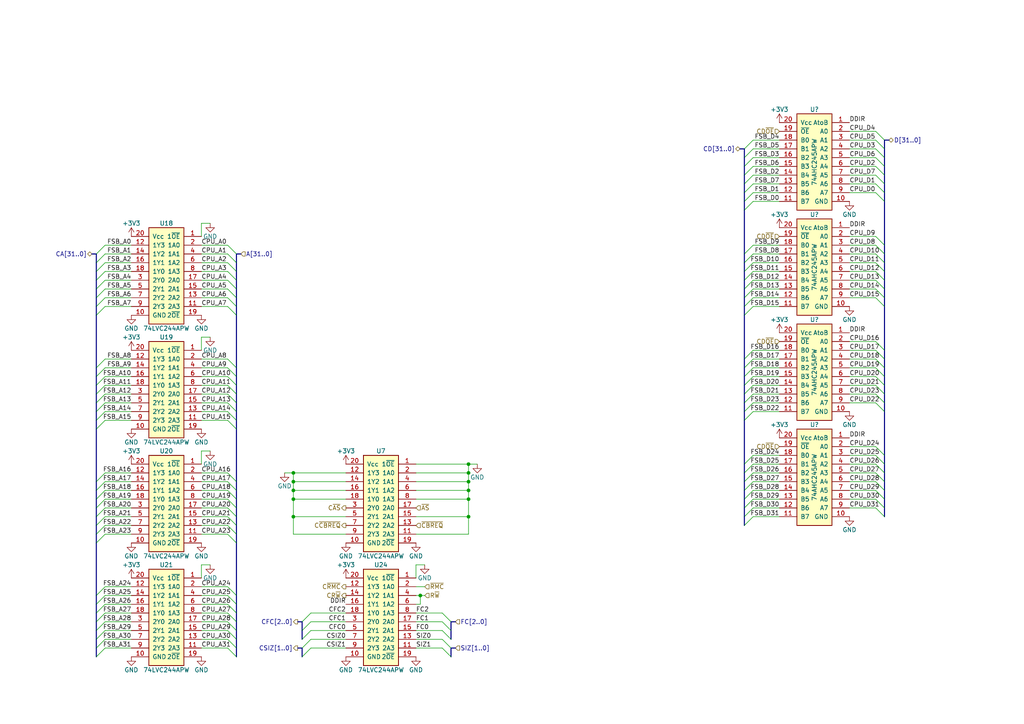
<source format=kicad_sch>
(kicad_sch (version 20230121) (generator eeschema)
  (paper "A4")
  (junction (at 85.09 142.24))
  (junction (at 135.89 149.86))
  (junction (at 135.89 137.16))
  (junction (at -36.83 162.56))
  (junction (at -36.83 157.48))
  (junction (at -46.99 157.48))
  (junction (at -26.67 157.48))
  (junction (at -57.15 152.4))
  (junction (at 85.09 139.7))
  (junction (at -26.67 147.32))
  (junction (at -26.67 162.56))
  (junction (at -46.99 147.32))
  (junction (at 135.89 144.78))
  (junction (at 135.89 134.62))
  (junction (at 135.89 142.24))
  (junction (at -26.67 152.4))
  (junction (at -57.15 162.56))
  (junction (at -67.31 147.32))
  (junction (at -36.83 152.4))
  (junction (at 85.09 149.86))
  (junction (at -16.51 152.4))
  (junction (at -16.51 162.56))
  (junction (at -57.15 157.48))
  (junction (at -36.83 147.32))
  (junction (at -46.99 152.4))
  (junction (at -67.31 157.48))
  (junction (at 121.92 172.72))
  (junction (at 85.09 137.16))
  (junction (at -46.99 162.56))
  (junction (at 135.89 139.7))
  (junction (at -57.15 147.32))
  (junction (at 85.09 144.78))
  (bus_entry (at 218.44 53.34) (size -2.54 2.54))
  (bus_entry (at 218.44 114.3) (size -2.54 2.54))
  (bus_entry (at 66.04 187.96) (size 2.54 2.54))
  (bus_entry (at 30.48 147.32) (size -2.54 2.54))
  (bus_entry (at 30.48 121.92) (size -2.54 2.54))
  (bus_entry (at 66.04 109.22) (size 2.54 2.54))
  (bus_entry (at 128.27 185.42) (size 2.54 2.54))
  (bus_entry (at 30.48 114.3) (size -2.54 2.54))
  (bus_entry (at 30.48 106.68) (size -2.54 2.54))
  (bus_entry (at 218.44 116.84) (size -2.54 2.54))
  (bus_entry (at 218.44 48.26) (size -2.54 2.54))
  (bus_entry (at 66.04 180.34) (size 2.54 2.54))
  (bus_entry (at 30.48 137.16) (size -2.54 2.54))
  (bus_entry (at 30.48 76.2) (size -2.54 2.54))
  (bus_entry (at 30.48 144.78) (size -2.54 2.54))
  (bus_entry (at 218.44 139.7) (size -2.54 2.54))
  (bus_entry (at 218.44 101.6) (size -2.54 2.54))
  (bus_entry (at 218.44 119.38) (size -2.54 2.54))
  (bus_entry (at 30.48 187.96) (size -2.54 2.54))
  (bus_entry (at 254 142.24) (size 2.54 2.54))
  (bus_entry (at 218.44 78.74) (size -2.54 2.54))
  (bus_entry (at 30.48 71.12) (size -2.54 2.54))
  (bus_entry (at 66.04 170.18) (size 2.54 2.54))
  (bus_entry (at 66.04 78.74) (size 2.54 2.54))
  (bus_entry (at 218.44 149.86) (size -2.54 2.54))
  (bus_entry (at 66.04 139.7) (size 2.54 2.54))
  (bus_entry (at 254 50.8) (size 2.54 2.54))
  (bus_entry (at 218.44 88.9) (size -2.54 2.54))
  (bus_entry (at 254 114.3) (size 2.54 2.54))
  (bus_entry (at 218.44 111.76) (size -2.54 2.54))
  (bus_entry (at 254 99.06) (size 2.54 2.54))
  (bus_entry (at 218.44 109.22) (size -2.54 2.54))
  (bus_entry (at 30.48 111.76) (size -2.54 2.54))
  (bus_entry (at 254 45.72) (size 2.54 2.54))
  (bus_entry (at 66.04 76.2) (size 2.54 2.54))
  (bus_entry (at 218.44 104.14) (size -2.54 2.54))
  (bus_entry (at 66.04 185.42) (size 2.54 2.54))
  (bus_entry (at 254 139.7) (size 2.54 2.54))
  (bus_entry (at 30.48 149.86) (size -2.54 2.54))
  (bus_entry (at 218.44 58.42) (size -2.54 2.54))
  (bus_entry (at 218.44 142.24) (size -2.54 2.54))
  (bus_entry (at 66.04 144.78) (size 2.54 2.54))
  (bus_entry (at 218.44 144.78) (size -2.54 2.54))
  (bus_entry (at 254 111.76) (size 2.54 2.54))
  (bus_entry (at 30.48 172.72) (size -2.54 2.54))
  (bus_entry (at 30.48 185.42) (size -2.54 2.54))
  (bus_entry (at 218.44 147.32) (size -2.54 2.54))
  (bus_entry (at 218.44 106.68) (size -2.54 2.54))
  (bus_entry (at 254 147.32) (size 2.54 2.54))
  (bus_entry (at 254 104.14) (size 2.54 2.54))
  (bus_entry (at 254 116.84) (size 2.54 2.54))
  (bus_entry (at 254 101.6) (size 2.54 2.54))
  (bus_entry (at 254 78.74) (size 2.54 2.54))
  (bus_entry (at 90.17 185.42) (size -2.54 2.54))
  (bus_entry (at 30.48 180.34) (size -2.54 2.54))
  (bus_entry (at 30.48 88.9) (size -2.54 2.54))
  (bus_entry (at 218.44 81.28) (size -2.54 2.54))
  (bus_entry (at 66.04 83.82) (size 2.54 2.54))
  (bus_entry (at 218.44 86.36) (size -2.54 2.54))
  (bus_entry (at 254 129.54) (size 2.54 2.54))
  (bus_entry (at 254 53.34) (size 2.54 2.54))
  (bus_entry (at 66.04 154.94) (size 2.54 2.54))
  (bus_entry (at 254 76.2) (size 2.54 2.54))
  (bus_entry (at 66.04 104.14) (size 2.54 2.54))
  (bus_entry (at 30.48 73.66) (size -2.54 2.54))
  (bus_entry (at 254 144.78) (size 2.54 2.54))
  (bus_entry (at 66.04 116.84) (size 2.54 2.54))
  (bus_entry (at 30.48 119.38) (size -2.54 2.54))
  (bus_entry (at 90.17 180.34) (size -2.54 2.54))
  (bus_entry (at 30.48 81.28) (size -2.54 2.54))
  (bus_entry (at 218.44 137.16) (size -2.54 2.54))
  (bus_entry (at 90.17 187.96) (size -2.54 2.54))
  (bus_entry (at 66.04 177.8) (size 2.54 2.54))
  (bus_entry (at 218.44 132.08) (size -2.54 2.54))
  (bus_entry (at 30.48 170.18) (size -2.54 2.54))
  (bus_entry (at 254 83.82) (size 2.54 2.54))
  (bus_entry (at 66.04 121.92) (size 2.54 2.54))
  (bus_entry (at 66.04 152.4) (size 2.54 2.54))
  (bus_entry (at 254 137.16) (size 2.54 2.54))
  (bus_entry (at 66.04 142.24) (size 2.54 2.54))
  (bus_entry (at 218.44 71.12) (size -2.54 2.54))
  (bus_entry (at 218.44 76.2) (size -2.54 2.54))
  (bus_entry (at 30.48 142.24) (size -2.54 2.54))
  (bus_entry (at 66.04 147.32) (size 2.54 2.54))
  (bus_entry (at 66.04 182.88) (size 2.54 2.54))
  (bus_entry (at 218.44 50.8) (size -2.54 2.54))
  (bus_entry (at 66.04 86.36) (size 2.54 2.54))
  (bus_entry (at 30.48 86.36) (size -2.54 2.54))
  (bus_entry (at 30.48 78.74) (size -2.54 2.54))
  (bus_entry (at 254 68.58) (size 2.54 2.54))
  (bus_entry (at 254 43.18) (size 2.54 2.54))
  (bus_entry (at 218.44 73.66) (size -2.54 2.54))
  (bus_entry (at 30.48 152.4) (size -2.54 2.54))
  (bus_entry (at 254 132.08) (size 2.54 2.54))
  (bus_entry (at 66.04 175.26) (size 2.54 2.54))
  (bus_entry (at 66.04 149.86) (size 2.54 2.54))
  (bus_entry (at 30.48 177.8) (size -2.54 2.54))
  (bus_entry (at 254 106.68) (size 2.54 2.54))
  (bus_entry (at 30.48 154.94) (size -2.54 2.54))
  (bus_entry (at 30.48 104.14) (size -2.54 2.54))
  (bus_entry (at 90.17 182.88) (size -2.54 2.54))
  (bus_entry (at 254 109.22) (size 2.54 2.54))
  (bus_entry (at 66.04 119.38) (size 2.54 2.54))
  (bus_entry (at 218.44 83.82) (size -2.54 2.54))
  (bus_entry (at 128.27 187.96) (size 2.54 2.54))
  (bus_entry (at 254 38.1) (size 2.54 2.54))
  (bus_entry (at 128.27 182.88) (size 2.54 2.54))
  (bus_entry (at 30.48 175.26) (size -2.54 2.54))
  (bus_entry (at 254 40.64) (size 2.54 2.54))
  (bus_entry (at 254 73.66) (size 2.54 2.54))
  (bus_entry (at 30.48 116.84) (size -2.54 2.54))
  (bus_entry (at 218.44 55.88) (size -2.54 2.54))
  (bus_entry (at 30.48 139.7) (size -2.54 2.54))
  (bus_entry (at 66.04 106.68) (size 2.54 2.54))
  (bus_entry (at 254 55.88) (size 2.54 2.54))
  (bus_entry (at 254 86.36) (size 2.54 2.54))
  (bus_entry (at 66.04 111.76) (size 2.54 2.54))
  (bus_entry (at 128.27 180.34) (size 2.54 2.54))
  (bus_entry (at 218.44 43.18) (size -2.54 2.54))
  (bus_entry (at 66.04 88.9) (size 2.54 2.54))
  (bus_entry (at 66.04 114.3) (size 2.54 2.54))
  (bus_entry (at 218.44 45.72) (size -2.54 2.54))
  (bus_entry (at 66.04 137.16) (size 2.54 2.54))
  (bus_entry (at 128.27 177.8) (size 2.54 2.54))
  (bus_entry (at 254 71.12) (size 2.54 2.54))
  (bus_entry (at 254 134.62) (size 2.54 2.54))
  (bus_entry (at 90.17 177.8) (size -2.54 2.54))
  (bus_entry (at 30.48 182.88) (size -2.54 2.54))
  (bus_entry (at 30.48 83.82) (size -2.54 2.54))
  (bus_entry (at 218.44 134.62) (size -2.54 2.54))
  (bus_entry (at 30.48 109.22) (size -2.54 2.54))
  (bus_entry (at 254 81.28) (size 2.54 2.54))
  (bus_entry (at 254 48.26) (size 2.54 2.54))
  (bus_entry (at 66.04 172.72) (size 2.54 2.54))
  (bus_entry (at 66.04 73.66) (size 2.54 2.54))
  (bus_entry (at 66.04 71.12) (size 2.54 2.54))
  (bus_entry (at 218.44 40.64) (size -2.54 2.54))
  (bus_entry (at 66.04 81.28) (size 2.54 2.54))
  (bus (pts (xy 130.81 190.5) (xy 130.81 187.96)))
  (wire (pts (xy 85.09 144.78) (xy 100.33 144.78)))
  (wire (pts (xy 58.42 111.76) (xy 66.04 111.76)))
  (bus (pts (xy 215.9 114.3) (xy 215.9 116.84)))
  (wire (pts (xy 58.42 187.96) (xy 66.04 187.96)))
  (bus (pts (xy 215.9 147.32) (xy 215.9 149.86)))
  (wire (pts (xy 58.42 172.72) (xy 66.04 172.72)))
  (bus (pts (xy 215.9 144.78) (xy 215.9 147.32)))
  (wire (pts (xy 135.89 139.7) (xy 135.89 142.24)))
  (bus (pts (xy 215.9 53.34) (xy 215.9 55.88)))
  (bus (pts (xy 256.54 58.42) (xy 256.54 71.12)))
  (wire (pts (xy 58.42 163.83) (xy 58.42 167.64)))
  (bus (pts (xy 27.94 121.92) (xy 27.94 124.46)))
  (wire (pts (xy 246.38 55.88) (xy 254 55.88)))
  (wire (pts (xy 226.06 71.12) (xy 218.44 71.12)))
  (wire (pts (xy 38.1 119.38) (xy 30.48 119.38)))
  (wire (pts (xy 135.89 137.16) (xy 135.89 139.7)))
  (wire (pts (xy 38.1 172.72) (xy 30.48 172.72)))
  (wire (pts (xy 100.33 154.94) (xy 85.09 154.94)))
  (bus (pts (xy 68.58 142.24) (xy 68.58 144.78)))
  (wire (pts (xy 60.96 130.81) (xy 58.42 130.81)))
  (bus (pts (xy 256.54 83.82) (xy 256.54 86.36)))
  (bus (pts (xy 215.9 119.38) (xy 215.9 121.92)))
  (bus (pts (xy 215.9 45.72) (xy 215.9 48.26)))
  (wire (pts (xy 246.38 114.3) (xy 254 114.3)))
  (bus (pts (xy 68.58 187.96) (xy 68.58 190.5)))
  (bus (pts (xy 68.58 172.72) (xy 68.58 175.26)))
  (wire (pts (xy 38.1 154.94) (xy 30.48 154.94)))
  (wire (pts (xy 246.38 78.74) (xy 254 78.74)))
  (bus (pts (xy 68.58 121.92) (xy 68.58 124.46)))
  (wire (pts (xy 135.89 144.78) (xy 135.89 149.86)))
  (bus (pts (xy 27.94 177.8) (xy 27.94 180.34)))
  (wire (pts (xy 226.06 58.42) (xy 218.44 58.42)))
  (bus (pts (xy 256.54 76.2) (xy 256.54 78.74)))
  (wire (pts (xy -46.99 157.48) (xy -36.83 157.48)))
  (wire (pts (xy 246.38 116.84) (xy 254 116.84)))
  (bus (pts (xy 256.54 55.88) (xy 256.54 58.42)))
  (wire (pts (xy 58.42 76.2) (xy 66.04 76.2)))
  (bus (pts (xy 68.58 149.86) (xy 68.58 152.4)))
  (bus (pts (xy 130.81 182.88) (xy 130.81 180.34)))
  (bus (pts (xy 215.9 43.18) (xy 215.9 45.72)))
  (bus (pts (xy 27.94 114.3) (xy 27.94 116.84)))
  (bus (pts (xy 215.9 83.82) (xy 215.9 86.36)))
  (wire (pts (xy 135.89 142.24) (xy 120.65 142.24)))
  (wire (pts (xy -57.15 152.4) (xy -46.99 152.4)))
  (wire (pts (xy 100.33 137.16) (xy 85.09 137.16)))
  (wire (pts (xy 123.19 170.18) (xy 120.65 170.18)))
  (wire (pts (xy 58.42 175.26) (xy 66.04 175.26)))
  (wire (pts (xy 58.42 104.14) (xy 66.04 104.14)))
  (wire (pts (xy 38.1 78.74) (xy 30.48 78.74)))
  (bus (pts (xy 215.9 111.76) (xy 215.9 114.3)))
  (bus (pts (xy 69.85 73.66) (xy 68.58 73.66)))
  (wire (pts (xy 226.06 132.08) (xy 218.44 132.08)))
  (wire (pts (xy 123.19 163.83) (xy 120.65 163.83)))
  (bus (pts (xy 27.94 83.82) (xy 27.94 86.36)))
  (wire (pts (xy -46.99 162.56) (xy -36.83 162.56)))
  (wire (pts (xy 246.38 40.64) (xy 254 40.64)))
  (bus (pts (xy 256.54 104.14) (xy 256.54 106.68)))
  (bus (pts (xy 68.58 109.22) (xy 68.58 111.76)))
  (bus (pts (xy 27.94 91.44) (xy 27.94 106.68)))
  (wire (pts (xy 58.42 142.24) (xy 66.04 142.24)))
  (bus (pts (xy 130.81 185.42) (xy 130.81 182.88)))
  (wire (pts (xy 226.06 137.16) (xy 218.44 137.16)))
  (bus (pts (xy 215.9 104.14) (xy 215.9 106.68)))
  (bus (pts (xy 27.94 180.34) (xy 27.94 182.88)))
  (wire (pts (xy 38.1 185.42) (xy 30.48 185.42)))
  (wire (pts (xy 38.1 86.36) (xy 30.48 86.36)))
  (bus (pts (xy 68.58 180.34) (xy 68.58 182.88)))
  (wire (pts (xy 246.38 101.6) (xy 254 101.6)))
  (bus (pts (xy 27.94 157.48) (xy 27.94 172.72)))
  (bus (pts (xy 27.94 119.38) (xy 27.94 121.92)))
  (bus (pts (xy 215.9 60.96) (xy 215.9 73.66)))
  (wire (pts (xy 85.09 144.78) (xy 85.09 149.86)))
  (wire (pts (xy 226.06 119.38) (xy 218.44 119.38)))
  (bus (pts (xy 27.94 116.84) (xy 27.94 119.38)))
  (wire (pts (xy 58.42 185.42) (xy 66.04 185.42)))
  (bus (pts (xy 132.08 180.34) (xy 130.81 180.34)))
  (wire (pts (xy 246.38 81.28) (xy 254 81.28)))
  (bus (pts (xy 27.94 147.32) (xy 27.94 149.86)))
  (wire (pts (xy 120.65 180.34) (xy 128.27 180.34)))
  (wire (pts (xy -57.15 147.32) (xy -46.99 147.32)))
  (wire (pts (xy 120.65 154.94) (xy 135.89 154.94)))
  (wire (pts (xy 128.27 182.88) (xy 120.65 182.88)))
  (bus (pts (xy 27.94 109.22) (xy 27.94 111.76)))
  (wire (pts (xy -46.99 147.32) (xy -36.83 147.32)))
  (bus (pts (xy 256.54 137.16) (xy 256.54 139.7)))
  (wire (pts (xy 246.38 38.1) (xy 254 38.1)))
  (bus (pts (xy 68.58 73.66) (xy 68.58 76.2)))
  (wire (pts (xy 38.1 109.22) (xy 30.48 109.22)))
  (bus (pts (xy 68.58 76.2) (xy 68.58 78.74)))
  (bus (pts (xy 68.58 83.82) (xy 68.58 86.36)))
  (wire (pts (xy 246.38 99.06) (xy 254 99.06)))
  (wire (pts (xy 90.17 185.42) (xy 100.33 185.42)))
  (wire (pts (xy 226.06 116.84) (xy 218.44 116.84)))
  (bus (pts (xy 27.94 172.72) (xy 27.94 175.26)))
  (wire (pts (xy 246.38 50.8) (xy 254 50.8)))
  (wire (pts (xy 85.09 154.94) (xy 85.09 149.86)))
  (wire (pts (xy 135.89 134.62) (xy 135.89 137.16)))
  (wire (pts (xy 90.17 187.96) (xy 100.33 187.96)))
  (bus (pts (xy 215.9 73.66) (xy 215.9 76.2)))
  (wire (pts (xy 226.06 149.86) (xy 218.44 149.86)))
  (wire (pts (xy 38.1 111.76) (xy 30.48 111.76)))
  (wire (pts (xy 58.42 154.94) (xy 66.04 154.94)))
  (bus (pts (xy 256.54 132.08) (xy 256.54 134.62)))
  (wire (pts (xy 38.1 88.9) (xy 30.48 88.9)))
  (wire (pts (xy 135.89 137.16) (xy 120.65 137.16)))
  (wire (pts (xy 135.89 142.24) (xy 135.89 144.78)))
  (bus (pts (xy 27.94 185.42) (xy 27.94 187.96)))
  (bus (pts (xy 27.94 106.68) (xy 27.94 109.22)))
  (bus (pts (xy 27.94 149.86) (xy 27.94 152.4)))
  (bus (pts (xy 26.67 73.66) (xy 27.94 73.66)))
  (wire (pts (xy -67.31 162.56) (xy -57.15 162.56)))
  (wire (pts (xy 226.06 114.3) (xy 218.44 114.3)))
  (wire (pts (xy 58.42 130.81) (xy 58.42 134.62)))
  (bus (pts (xy 215.9 55.88) (xy 215.9 58.42)))
  (bus (pts (xy 68.58 152.4) (xy 68.58 154.94)))
  (bus (pts (xy 27.94 73.66) (xy 27.94 76.2)))
  (bus (pts (xy 215.9 88.9) (xy 215.9 91.44)))
  (wire (pts (xy 58.42 147.32) (xy 66.04 147.32)))
  (bus (pts (xy 215.9 134.62) (xy 215.9 137.16)))
  (wire (pts (xy 38.1 175.26) (xy 30.48 175.26)))
  (wire (pts (xy -36.83 147.32) (xy -26.67 147.32)))
  (bus (pts (xy 27.94 175.26) (xy 27.94 177.8)))
  (wire (pts (xy 38.1 71.12) (xy 30.48 71.12)))
  (wire (pts (xy 123.19 172.72) (xy 121.92 172.72)))
  (wire (pts (xy 38.1 137.16) (xy 30.48 137.16)))
  (wire (pts (xy -46.99 152.4) (xy -36.83 152.4)))
  (wire (pts (xy 226.06 55.88) (xy 218.44 55.88)))
  (wire (pts (xy 135.89 144.78) (xy 120.65 144.78)))
  (bus (pts (xy 256.54 111.76) (xy 256.54 114.3)))
  (bus (pts (xy 68.58 119.38) (xy 68.58 121.92)))
  (wire (pts (xy 85.09 137.16) (xy 85.09 139.7)))
  (wire (pts (xy -67.31 147.32) (xy -57.15 147.32)))
  (bus (pts (xy 256.54 86.36) (xy 256.54 88.9)))
  (bus (pts (xy 256.54 116.84) (xy 256.54 119.38)))
  (bus (pts (xy 27.94 154.94) (xy 27.94 157.48)))
  (bus (pts (xy 256.54 109.22) (xy 256.54 111.76)))
  (wire (pts (xy 135.89 149.86) (xy 120.65 149.86)))
  (wire (pts (xy 226.06 144.78) (xy 218.44 144.78)))
  (bus (pts (xy 68.58 144.78) (xy 68.58 147.32)))
  (bus (pts (xy 68.58 111.76) (xy 68.58 114.3)))
  (bus (pts (xy 256.54 48.26) (xy 256.54 50.8)))
  (bus (pts (xy 214.63 43.18) (xy 215.9 43.18)))
  (wire (pts (xy 58.42 106.68) (xy 66.04 106.68)))
  (bus (pts (xy 215.9 91.44) (xy 215.9 104.14)))
  (bus (pts (xy 256.54 139.7) (xy 256.54 142.24)))
  (bus (pts (xy 215.9 106.68) (xy 215.9 109.22)))
  (wire (pts (xy 246.38 73.66) (xy 254 73.66)))
  (bus (pts (xy 68.58 78.74) (xy 68.58 81.28)))
  (wire (pts (xy 58.42 86.36) (xy 66.04 86.36)))
  (wire (pts (xy -26.67 152.4) (xy -16.51 152.4)))
  (bus (pts (xy 87.63 182.88) (xy 87.63 180.34)))
  (wire (pts (xy 226.06 73.66) (xy 218.44 73.66)))
  (bus (pts (xy 256.54 40.64) (xy 256.54 43.18)))
  (wire (pts (xy 58.42 180.34) (xy 66.04 180.34)))
  (bus (pts (xy 27.94 182.88) (xy 27.94 185.42)))
  (wire (pts (xy 246.38 144.78) (xy 254 144.78)))
  (wire (pts (xy -67.31 152.4) (xy -57.15 152.4)))
  (wire (pts (xy 246.38 53.34) (xy 254 53.34)))
  (wire (pts (xy 85.09 149.86) (xy 100.33 149.86)))
  (bus (pts (xy 256.54 106.68) (xy 256.54 109.22)))
  (wire (pts (xy 226.06 86.36) (xy 218.44 86.36)))
  (wire (pts (xy 58.42 144.78) (xy 66.04 144.78)))
  (wire (pts (xy 58.42 114.3) (xy 66.04 114.3)))
  (bus (pts (xy 256.54 53.34) (xy 256.54 55.88)))
  (bus (pts (xy 27.94 144.78) (xy 27.94 147.32)))
  (bus (pts (xy 256.54 71.12) (xy 256.54 73.66)))
  (bus (pts (xy 27.94 86.36) (xy 27.94 88.9)))
  (wire (pts (xy -67.31 157.48) (xy -57.15 157.48)))
  (wire (pts (xy 246.38 45.72) (xy 254 45.72)))
  (wire (pts (xy 38.1 177.8) (xy 30.48 177.8)))
  (wire (pts (xy 58.42 152.4) (xy 66.04 152.4)))
  (bus (pts (xy 68.58 116.84) (xy 68.58 119.38)))
  (wire (pts (xy 38.1 180.34) (xy 30.48 180.34)))
  (wire (pts (xy 226.06 43.18) (xy 218.44 43.18)))
  (bus (pts (xy 215.9 109.22) (xy 215.9 111.76)))
  (bus (pts (xy 256.54 119.38) (xy 256.54 132.08)))
  (wire (pts (xy 120.65 172.72) (xy 121.92 172.72)))
  (bus (pts (xy 215.9 121.92) (xy 215.9 134.62)))
  (wire (pts (xy 128.27 177.8) (xy 120.65 177.8)))
  (wire (pts (xy 135.89 134.62) (xy 138.43 134.62)))
  (wire (pts (xy 120.65 163.83) (xy 120.65 167.64)))
  (wire (pts (xy 226.06 78.74) (xy 218.44 78.74)))
  (bus (pts (xy 68.58 185.42) (xy 68.58 187.96)))
  (bus (pts (xy 27.94 111.76) (xy 27.94 114.3)))
  (wire (pts (xy 38.1 152.4) (xy 30.48 152.4)))
  (wire (pts (xy 246.38 48.26) (xy 254 48.26)))
  (bus (pts (xy 215.9 137.16) (xy 215.9 139.7)))
  (bus (pts (xy 215.9 81.28) (xy 215.9 83.82)))
  (wire (pts (xy 60.96 97.79) (xy 58.42 97.79)))
  (wire (pts (xy 226.06 142.24) (xy 218.44 142.24)))
  (wire (pts (xy 226.06 40.64) (xy 218.44 40.64)))
  (bus (pts (xy 68.58 81.28) (xy 68.58 83.82)))
  (wire (pts (xy 226.06 50.8) (xy 218.44 50.8)))
  (wire (pts (xy 58.42 177.8) (xy 66.04 177.8)))
  (wire (pts (xy 246.38 132.08) (xy 254 132.08)))
  (wire (pts (xy 121.92 172.72) (xy 121.92 175.26)))
  (wire (pts (xy 246.38 147.32) (xy 254 147.32)))
  (bus (pts (xy 68.58 88.9) (xy 68.58 91.44)))
  (wire (pts (xy 38.1 116.84) (xy 30.48 116.84)))
  (wire (pts (xy 100.33 180.34) (xy 90.17 180.34)))
  (wire (pts (xy 120.65 185.42) (xy 128.27 185.42)))
  (bus (pts (xy 68.58 91.44) (xy 68.58 106.68)))
  (bus (pts (xy 256.54 45.72) (xy 256.54 48.26)))
  (bus (pts (xy 256.54 43.18) (xy 256.54 45.72)))
  (wire (pts (xy 226.06 147.32) (xy 218.44 147.32)))
  (wire (pts (xy 38.1 139.7) (xy 30.48 139.7)))
  (bus (pts (xy 68.58 147.32) (xy 68.58 149.86)))
  (wire (pts (xy 58.42 97.79) (xy 58.42 101.6)))
  (wire (pts (xy 58.42 119.38) (xy 66.04 119.38)))
  (wire (pts (xy 58.42 170.18) (xy 66.04 170.18)))
  (wire (pts (xy 226.06 88.9) (xy 218.44 88.9)))
  (bus (pts (xy 68.58 106.68) (xy 68.58 109.22)))
  (wire (pts (xy 246.38 142.24) (xy 254 142.24)))
  (wire (pts (xy 246.38 129.54) (xy 254 129.54)))
  (wire (pts (xy 246.38 76.2) (xy 254 76.2)))
  (wire (pts (xy 246.38 134.62) (xy 254 134.62)))
  (wire (pts (xy 226.06 81.28) (xy 218.44 81.28)))
  (wire (pts (xy 246.38 86.36) (xy 254 86.36)))
  (bus (pts (xy 86.36 187.96) (xy 87.63 187.96)))
  (bus (pts (xy 256.54 88.9) (xy 256.54 101.6)))
  (bus (pts (xy 215.9 78.74) (xy 215.9 81.28)))
  (wire (pts (xy 60.96 64.77) (xy 58.42 64.77)))
  (bus (pts (xy 215.9 50.8) (xy 215.9 53.34)))
  (wire (pts (xy 226.06 109.22) (xy 218.44 109.22)))
  (bus (pts (xy 215.9 58.42) (xy 215.9 60.96)))
  (wire (pts (xy 246.38 106.68) (xy 254 106.68)))
  (wire (pts (xy 58.42 121.92) (xy 66.04 121.92)))
  (wire (pts (xy 58.42 109.22) (xy 66.04 109.22)))
  (bus (pts (xy 68.58 124.46) (xy 68.58 139.7)))
  (wire (pts (xy 85.09 142.24) (xy 100.33 142.24)))
  (bus (pts (xy 86.36 180.34) (xy 87.63 180.34)))
  (wire (pts (xy 120.65 134.62) (xy 135.89 134.62)))
  (bus (pts (xy 215.9 149.86) (xy 215.9 152.4)))
  (wire (pts (xy 58.42 73.66) (xy 66.04 73.66)))
  (wire (pts (xy 38.1 83.82) (xy 30.48 83.82)))
  (bus (pts (xy 27.94 88.9) (xy 27.94 91.44)))
  (wire (pts (xy 226.06 139.7) (xy 218.44 139.7)))
  (wire (pts (xy 226.06 48.26) (xy 218.44 48.26)))
  (wire (pts (xy 38.1 81.28) (xy 30.48 81.28)))
  (wire (pts (xy -57.15 157.48) (xy -46.99 157.48)))
  (bus (pts (xy 27.94 187.96) (xy 27.94 190.5)))
  (wire (pts (xy 85.09 139.7) (xy 100.33 139.7)))
  (wire (pts (xy 135.89 139.7) (xy 120.65 139.7)))
  (wire (pts (xy 38.1 76.2) (xy 30.48 76.2)))
  (wire (pts (xy 226.06 45.72) (xy 218.44 45.72)))
  (bus (pts (xy 27.94 81.28) (xy 27.94 83.82)))
  (wire (pts (xy 226.06 106.68) (xy 218.44 106.68)))
  (bus (pts (xy 256.54 101.6) (xy 256.54 104.14)))
  (wire (pts (xy 90.17 177.8) (xy 100.33 177.8)))
  (wire (pts (xy 58.42 139.7) (xy 66.04 139.7)))
  (wire (pts (xy 246.38 139.7) (xy 254 139.7)))
  (wire (pts (xy 38.1 147.32) (xy 30.48 147.32)))
  (bus (pts (xy 27.94 124.46) (xy 27.94 139.7)))
  (bus (pts (xy 27.94 139.7) (xy 27.94 142.24)))
  (wire (pts (xy 38.1 104.14) (xy 30.48 104.14)))
  (wire (pts (xy 38.1 144.78) (xy 30.48 144.78)))
  (bus (pts (xy 256.54 73.66) (xy 256.54 76.2)))
  (bus (pts (xy 87.63 185.42) (xy 87.63 182.88)))
  (wire (pts (xy 246.38 104.14) (xy 254 104.14)))
  (bus (pts (xy 215.9 142.24) (xy 215.9 144.78)))
  (wire (pts (xy 38.1 142.24) (xy 30.48 142.24)))
  (bus (pts (xy 68.58 157.48) (xy 68.58 172.72)))
  (wire (pts (xy 38.1 121.92) (xy 30.48 121.92)))
  (wire (pts (xy 226.06 76.2) (xy 218.44 76.2)))
  (wire (pts (xy 226.06 83.82) (xy 218.44 83.82)))
  (wire (pts (xy -36.83 157.48) (xy -26.67 157.48)))
  (bus (pts (xy 215.9 48.26) (xy 215.9 50.8)))
  (bus (pts (xy 68.58 182.88) (xy 68.58 185.42)))
  (bus (pts (xy 256.54 114.3) (xy 256.54 116.84)))
  (bus (pts (xy 68.58 86.36) (xy 68.58 88.9)))
  (wire (pts (xy -36.83 162.56) (xy -26.67 162.56)))
  (wire (pts (xy 58.42 137.16) (xy 66.04 137.16)))
  (bus (pts (xy 256.54 78.74) (xy 256.54 81.28)))
  (wire (pts (xy 226.06 134.62) (xy 218.44 134.62)))
  (wire (pts (xy 58.42 78.74) (xy 66.04 78.74)))
  (bus (pts (xy 68.58 177.8) (xy 68.58 180.34)))
  (wire (pts (xy 58.42 81.28) (xy 66.04 81.28)))
  (wire (pts (xy -26.67 162.56) (xy -16.51 162.56)))
  (wire (pts (xy 38.1 170.18) (xy 30.48 170.18)))
  (bus (pts (xy 256.54 134.62) (xy 256.54 137.16)))
  (wire (pts (xy 85.09 142.24) (xy 85.09 144.78)))
  (bus (pts (xy 215.9 86.36) (xy 215.9 88.9)))
  (wire (pts (xy 58.42 83.82) (xy 66.04 83.82)))
  (wire (pts (xy -26.67 157.48) (xy -16.51 157.48)))
  (wire (pts (xy 38.1 114.3) (xy 30.48 114.3)))
  (bus (pts (xy 256.54 147.32) (xy 256.54 149.86)))
  (wire (pts (xy 38.1 106.68) (xy 30.48 106.68)))
  (wire (pts (xy 58.42 64.77) (xy 58.42 68.58)))
  (bus (pts (xy 27.94 78.74) (xy 27.94 81.28)))
  (wire (pts (xy 246.38 83.82) (xy 254 83.82)))
  (wire (pts (xy 226.06 101.6) (xy 218.44 101.6)))
  (wire (pts (xy 38.1 182.88) (xy 30.48 182.88)))
  (bus (pts (xy 256.54 144.78) (xy 256.54 147.32)))
  (bus (pts (xy 27.94 152.4) (xy 27.94 154.94)))
  (wire (pts (xy 246.38 68.58) (xy 254 68.58)))
  (wire (pts (xy 58.42 116.84) (xy 66.04 116.84)))
  (wire (pts (xy 58.42 149.86) (xy 66.04 149.86)))
  (bus (pts (xy 256.54 142.24) (xy 256.54 144.78)))
  (wire (pts (xy 128.27 187.96) (xy 120.65 187.96)))
  (wire (pts (xy 246.38 109.22) (xy 254 109.22)))
  (wire (pts (xy 246.38 137.16) (xy 254 137.16)))
  (wire (pts (xy 246.38 43.18) (xy 254 43.18)))
  (wire (pts (xy 135.89 154.94) (xy 135.89 149.86)))
  (bus (pts (xy 256.54 50.8) (xy 256.54 53.34)))
  (bus (pts (xy 27.94 142.24) (xy 27.94 144.78)))
  (wire (pts (xy 226.06 53.34) (xy 218.44 53.34)))
  (wire (pts (xy 58.42 88.9) (xy 66.04 88.9)))
  (bus (pts (xy 68.58 114.3) (xy 68.58 116.84)))
  (bus (pts (xy 256.54 81.28) (xy 256.54 83.82)))
  (wire (pts (xy 38.1 73.66) (xy 30.48 73.66)))
  (bus (pts (xy 87.63 190.5) (xy 87.63 187.96)))
  (wire (pts (xy 58.42 182.88) (xy 66.04 182.88)))
  (wire (pts (xy 85.09 139.7) (xy 85.09 142.24)))
  (bus (pts (xy 215.9 76.2) (xy 215.9 78.74)))
  (wire (pts (xy 226.06 104.14) (xy 218.44 104.14)))
  (wire (pts (xy 38.1 149.86) (xy 30.48 149.86)))
  (wire (pts (xy 246.38 111.76) (xy 254 111.76)))
  (wire (pts (xy 90.17 182.88) (xy 100.33 182.88)))
  (bus (pts (xy 27.94 76.2) (xy 27.94 78.74)))
  (bus (pts (xy 257.81 40.64) (xy 256.54 40.64)))
  (wire (pts (xy 246.38 71.12) (xy 254 71.12)))
  (wire (pts (xy -57.15 162.56) (xy -46.99 162.56)))
  (bus (pts (xy 215.9 139.7) (xy 215.9 142.24)))
  (bus (pts (xy 68.58 154.94) (xy 68.58 157.48)))
  (wire (pts (xy 85.09 137.16) (xy 82.55 137.16)))
  (wire (pts (xy 58.42 71.12) (xy 66.04 71.12)))
  (bus (pts (xy 68.58 139.7) (xy 68.58 142.24)))
  (bus (pts (xy 68.58 175.26) (xy 68.58 177.8)))
  (bus (pts (xy 215.9 116.84) (xy 215.9 119.38)))
  (wire (pts (xy -36.83 152.4) (xy -26.67 152.4)))
  (wire (pts (xy 38.1 187.96) (xy 30.48 187.96)))
  (wire (pts (xy 121.92 175.26) (xy 120.65 175.26)))
  (wire (pts (xy 226.06 111.76) (xy 218.44 111.76)))
  (wire (pts (xy 60.96 163.83) (xy 58.42 163.83)))
  (bus (pts (xy 132.08 187.96) (xy 130.81 187.96)))
  (wire (pts (xy -26.67 147.32) (xy -16.51 147.32)))
  (label "FSB_D28" (at 226.06 142.24 180))
  (label "FSB_A7" (at 38.1 88.9 180))
  (label "FSB_A21" (at 38.1 149.86 180))
  (label "FSB_D2" (at 226.06 50.8 180))
  (label "CPU_A26" (at 58.42 175.26 0))
  (label "FSB_D26" (at 226.06 137.16 180))
  (label "FC1" (at 120.65 180.34 0))
  (label "FSB_D6" (at 226.06 48.26 180))
  (label "FSB_A10" (at 38.1 109.22 180))
  (label "FSB_A2" (at 38.1 76.2 180))
  (label "CPU_A0" (at 58.42 71.12 0))
  (label "FSB_A30" (at 38.1 185.42 180))
  (label "FSB_A23" (at 38.1 154.94 180))
  (label "CPU_A12" (at 58.42 114.3 0))
  (label "CPU_A28" (at 58.42 180.34 0))
  (label "FSB_A26" (at 38.1 175.26 180))
  (label "CPU_D7" (at 246.38 50.8 0))
  (label "FSB_A25" (at 38.1 172.72 180))
  (label "CPU_D20" (at 246.38 109.22 0))
  (label "DDIR" (at 100.33 175.26 180))
  (label "FSB_A29" (at 38.1 182.88 180))
  (label "FSB_D9" (at 226.06 71.12 180))
  (label "FSB_D1" (at 226.06 55.88 180))
  (label "CPU_A30" (at 58.42 185.42 0))
  (label "CPU_D1" (at 246.38 53.34 0))
  (label "FSB_A17" (at 38.1 139.7 180))
  (label "FSB_A15" (at 38.1 121.92 180))
  (label "SIZ1" (at 120.65 187.96 0))
  (label "DDIR" (at 246.38 96.52 0))
  (label "FSB_D24" (at 226.06 132.08 180))
  (label "FSB_A4" (at 38.1 81.28 180))
  (label "CPU_D29" (at 246.38 142.24 0))
  (label "CPU_D28" (at 246.38 139.7 0))
  (label "CPU_D22" (at 246.38 116.84 0))
  (label "FSB_A16" (at 38.1 137.16 180))
  (label "CPU_D27" (at 246.38 137.16 0))
  (label "CPU_A9" (at 58.42 106.68 0))
  (label "FSB_D3" (at 226.06 45.72 180))
  (label "FSB_A20" (at 38.1 147.32 180))
  (label "CPU_D12" (at 246.38 78.74 0))
  (label "FSB_D8" (at 226.06 73.66 180))
  (label "FSB_D4" (at 226.06 40.64 180))
  (label "FSB_D23" (at 226.06 116.84 180))
  (label "CPU_D3" (at 246.38 43.18 0))
  (label "FSB_D5" (at 226.06 43.18 180))
  (label "CPU_D21" (at 246.38 111.76 0))
  (label "CPU_A7" (at 58.42 88.9 0))
  (label "CPU_A10" (at 58.42 109.22 0))
  (label "FSB_D21" (at 226.06 114.3 180))
  (label "CPU_D23" (at 246.38 114.3 0))
  (label "FSB_D17" (at 226.06 104.14 180))
  (label "FSB_A8" (at 38.1 104.14 180))
  (label "CPU_A31" (at 58.42 187.96 0))
  (label "DDIR" (at 246.38 127 0))
  (label "FSB_D29" (at 226.06 144.78 180))
  (label "FSB_D13" (at 226.06 83.82 180))
  (label "FC2" (at 120.65 177.8 0))
  (label "FSB_D27" (at 226.06 139.7 180))
  (label "FSB_D0" (at 226.06 58.42 180))
  (label "CPU_A13" (at 58.42 116.84 0))
  (label "CPU_D16" (at 246.38 99.06 0))
  (label "DDIR" (at 246.38 35.56 0))
  (label "CPU_A17" (at 58.42 139.7 0))
  (label "CPU_D13" (at 246.38 81.28 0))
  (label "FSB_D22" (at 226.06 119.38 180))
  (label "FSB_A3" (at 38.1 78.74 180))
  (label "CPU_A4" (at 58.42 81.28 0))
  (label "CPU_D4" (at 246.38 38.1 0))
  (label "FSB_D18" (at 226.06 106.68 180))
  (label "CSIZ1" (at 100.33 187.96 180))
  (label "CPU_A19" (at 58.42 144.78 0))
  (label "CPU_A2" (at 58.42 76.2 0))
  (label "FSB_D20" (at 226.06 111.76 180))
  (label "CPU_D9" (at 246.38 68.58 0))
  (label "FC0" (at 120.65 182.88 0))
  (label "CPU_A16" (at 58.42 137.16 0))
  (label "CPU_A3" (at 58.42 78.74 0))
  (label "FSB_A14" (at 38.1 119.38 180))
  (label "FSB_D11" (at 226.06 78.74 180))
  (label "CSIZ0" (at 100.33 185.42 180))
  (label "CPU_D31" (at 246.38 147.32 0))
  (label "FSB_A31" (at 38.1 187.96 180))
  (label "CPU_A18" (at 58.42 142.24 0))
  (label "FSB_D10" (at 226.06 76.2 180))
  (label "FSB_A22" (at 38.1 152.4 180))
  (label "CPU_D10" (at 246.38 73.66 0))
  (label "FSB_A6" (at 38.1 86.36 180))
  (label "CPU_D17" (at 246.38 101.6 0))
  (label "FSB_D15" (at 226.06 88.9 180))
  (label "CPU_A25" (at 58.42 172.72 0))
  (label "FSB_A0" (at 38.1 71.12 180))
  (label "FSB_A9" (at 38.1 106.68 180))
  (label "FSB_D30" (at 226.06 147.32 180))
  (label "SIZ0" (at 120.65 185.42 0))
  (label "CPU_D2" (at 246.38 48.26 0))
  (label "CPU_D8" (at 246.38 71.12 0))
  (label "FSB_A19" (at 38.1 144.78 180))
  (label "CPU_A20" (at 58.42 147.32 0))
  (label "FSB_D12" (at 226.06 81.28 180))
  (label "CPU_A15" (at 58.42 121.92 0))
  (label "FSB_A11" (at 38.1 111.76 180))
  (label "CPU_A8" (at 58.42 104.14 0))
  (label "FSB_A27" (at 38.1 177.8 180))
  (label "CPU_D26" (at 246.38 134.62 0))
  (label "CPU_A27" (at 58.42 177.8 0))
  (label "CPU_D19" (at 246.38 106.68 0))
  (label "CFC1" (at 100.33 180.34 180))
  (label "CPU_D5" (at 246.38 40.64 0))
  (label "FSB_A5" (at 38.1 83.82 180))
  (label "CFC0" (at 100.33 182.88 180))
  (label "FSB_A28" (at 38.1 180.34 180))
  (label "CPU_A23" (at 58.42 154.94 0))
  (label "FSB_A24" (at 38.1 170.18 180))
  (label "CPU_D24" (at 246.38 129.54 0))
  (label "CPU_D30" (at 246.38 144.78 0))
  (label "CPU_A24" (at 58.42 170.18 0))
  (label "FSB_D14" (at 226.06 86.36 180))
  (label "DDIR" (at 246.38 66.04 0))
  (label "CPU_D18" (at 246.38 104.14 0))
  (label "CPU_D15" (at 246.38 86.36 0))
  (label "CPU_D11" (at 246.38 76.2 0))
  (label "CPU_D6" (at 246.38 45.72 0))
  (label "FSB_A1" (at 38.1 73.66 180))
  (label "CPU_A6" (at 58.42 86.36 0))
  (label "FSB_A12" (at 38.1 114.3 180))
  (label "CPU_A1" (at 58.42 73.66 0))
  (label "FSB_A13" (at 38.1 116.84 180))
  (label "FSB_D25" (at 226.06 134.62 180))
  (label "CPU_D0" (at 246.38 55.88 0))
  (label "FSB_D16" (at 226.06 101.6 180))
  (label "FSB_D31" (at 226.06 149.86 180))
  (label "CPU_A21" (at 58.42 149.86 0))
  (label "CPU_A11" (at 58.42 111.76 0))
  (label "FSB_D7" (at 226.06 53.34 180))
  (label "CPU_D14" (at 246.38 83.82 0))
  (label "FSB_D19" (at 226.06 109.22 180))
  (label "CFC2" (at 100.33 177.8 180))
  (label "CPU_D25" (at 246.38 132.08 0))
  (label "FSB_A18" (at 38.1 142.24 180))
  (label "CPU_A29" (at 58.42 182.88 0))
  (label "CPU_A5" (at 58.42 83.82 0))
  (label "CPU_A22" (at 58.42 152.4 0))
  (label "CPU_A14" (at 58.42 119.38 0))
  (hierarchical_label "CD~{OE}" (shape input) (at 226.06 129.54 180))
  (hierarchical_label "FC[2..0]" (shape input) (at 132.08 180.34 0))
  (hierarchical_label "R~{W}" (shape input) (at 123.19 172.72 0))
  (hierarchical_label "CFC[2..0]" (shape output) (at 86.36 180.34 180))
  (hierarchical_label "~{CBREQ}" (shape input) (at 120.65 152.4 0))
  (hierarchical_label "CR~{W}" (shape output) (at 100.33 172.72 180))
  (hierarchical_label "CD~{OE}" (shape input) (at 226.06 38.1 180))
  (hierarchical_label "C~{CBREQ}" (shape output) (at 100.33 152.4 180))
  (hierarchical_label "~{RMC}" (shape input) (at 123.19 170.18 0))
  (hierarchical_label "C~{AS}" (shape output) (at 100.33 147.32 180))
  (hierarchical_label "~{AS}" (shape input) (at 120.65 147.32 0))
  (hierarchical_label "D[31..0]" (shape bidirectional) (at 257.81 40.64 0))
  (hierarchical_label "CD~{OE}" (shape input) (at 226.06 68.58 180))
  (hierarchical_label "CA[31..0]" (shape tri_state) (at 26.67 73.66 180))
  (hierarchical_label "SIZ[1..0]" (shape input) (at 132.08 187.96 0))
  (hierarchical_label "C~{RMC}" (shape output) (at 100.33 170.18 180))
  (hierarchical_label "CD[31..0]" (shape bidirectional) (at 214.63 43.18 180))
  (hierarchical_label "CD~{OE}" (shape input) (at 226.06 99.06 180))
  (hierarchical_label "CSIZ[1..0]" (shape output) (at 86.36 187.96 180))
  (hierarchical_label "A[31..0]" (shape input) (at 69.85 73.66 0))
  (symbol (lib_id "Device:C_Small") (at -57.15 160.02 0) (unit 1)
    (property "Reference" "C?" (at -55.88 158.75 0) (effects (justify left)))
    (property "Value" "2u2" (at -55.88 161.29 0) (effects (justify left)))
    (property "Footprint" "stdpads:C_0603" (effects hide))
    (instances (project "SE-030" (path "" (reference "C?") (unit 1)) (path "" (reference "C?") (unit 1)) (path "" (reference "C38") (unit 1)) (path "" (reference "C?") (unit 1))))
  )
  (symbol (lib_id "Device:C_Small") (at -46.99 160.02 0) (unit 1)
    (property "Reference" "C?" (at -45.72 158.75 0) (effects (justify left)))
    (property "Value" "2u2" (at -45.72 161.29 0) (effects (justify left)))
    (property "Footprint" "stdpads:C_0603" (effects hide))
    (instances (project "SE-030" (path "" (reference "C?") (unit 1)) (path "" (reference "C?") (unit 1)) (path "" (reference "C40") (unit 1)) (path "" (reference "C?") (unit 1))))
  )
  (symbol (lib_id "Device:C_Small") (at -36.83 160.02 0) (unit 1)
    (property "Reference" "C?" (at -35.56 158.75 0) (effects (justify left)))
    (property "Value" "2u2" (at -35.56 161.29 0) (effects (justify left)))
    (property "Footprint" "stdpads:C_0603" (effects hide))
    (instances (project "SE-030" (path "" (reference "C?") (unit 1)) (path "" (reference "C?") (unit 1)) (path "" (reference "C42") (unit 1)) (path "" (reference "C?") (unit 1))))
  )
  (symbol (lib_id "power:+3V3") (at -67.31 157.48 0) (unit 1)
    (property "Reference" "#PWR?" (effects hide))
    (property "Value" "+3V3" (at -67.31 153.67 0))
    (instances (project "SE-030" (path "" (reference "#PWR?") (unit 1)) (path "" (reference "#PWR?") (unit 1)) (path "" (reference "#PWR0159") (unit 1)) (path "" (reference "#PWR?") (unit 1))))
  )
  (symbol (lib_id "Device:C_Small") (at -67.31 160.02 0) (unit 1)
    (property "Reference" "C?" (at -66.04 158.75 0) (effects (justify left)))
    (property "Value" "2u2" (at -66.04 161.29 0) (effects (justify left)))
    (property "Footprint" "stdpads:C_0603" (effects hide))
    (instances (project "SE-030" (path "" (reference "C?") (unit 1)) (path "" (reference "C?") (unit 1)) (path "" (reference "C36") (unit 1)) (path "" (reference "C?") (unit 1))))
  )
  (symbol (lib_id "Device:C_Small") (at -16.51 160.02 0) (unit 1)
    (property "Reference" "C?" (at -15.24 158.75 0) (effects (justify left)))
    (property "Value" "2u2" (at -15.24 161.29 0) (effects (justify left)))
    (property "Footprint" "stdpads:C_0603" (effects hide))
    (instances (project "SE-030" (path "" (reference "C?") (unit 1)) (path "" (reference "C?") (unit 1)) (path "" (reference "C46") (unit 1)) (path "" (reference "C?") (unit 1))))
  )
  (symbol (lib_id "Device:C_Small") (at -26.67 160.02 0) (unit 1)
    (property "Reference" "C?" (at -25.4 158.75 0) (effects (justify left)))
    (property "Value" "2u2" (at -25.4 161.29 0) (effects (justify left)))
    (property "Footprint" "stdpads:C_0603" (effects hide))
    (instances (project "SE-030" (path "" (reference "C?") (unit 1)) (path "" (reference "C?") (unit 1)) (path "" (reference "C44") (unit 1)) (path "" (reference "C?") (unit 1))))
  )
  (symbol (lib_id "Device:C_Small") (at -57.15 149.86 0) (unit 1)
    (property "Reference" "C?" (at -55.88 148.59 0) (effects (justify left)))
    (property "Value" "2u2" (at -55.88 151.13 0) (effects (justify left)))
    (property "Footprint" "stdpads:C_0603" (effects hide))
    (instances (project "SE-030" (path "" (reference "C?") (unit 1)) (path "" (reference "C?") (unit 1)) (path "" (reference "C37") (unit 1)) (path "" (reference "C?") (unit 1))))
  )
  (symbol (lib_id "Device:C_Small") (at -46.99 149.86 0) (unit 1)
    (property "Reference" "C?" (at -45.72 148.59 0) (effects (justify left)))
    (property "Value" "2u2" (at -45.72 151.13 0) (effects (justify left)))
    (property "Footprint" "stdpads:C_0603" (effects hide))
    (instances (project "SE-030" (path "" (reference "C?") (unit 1)) (path "" (reference "C?") (unit 1)) (path "" (reference "C39") (unit 1)) (path "" (reference "C?") (unit 1))))
  )
  (symbol (lib_id "Device:C_Small") (at -36.83 149.86 0) (unit 1)
    (property "Reference" "C?" (at -35.56 148.59 0) (effects (justify left)))
    (property "Value" "2u2" (at -35.56 151.13 0) (effects (justify left)))
    (property "Footprint" "stdpads:C_0603" (effects hide))
    (instances (project "SE-030" (path "" (reference "C?") (unit 1)) (path "" (reference "C?") (unit 1)) (path "" (reference "C41") (unit 1)) (path "" (reference "C?") (unit 1))))
  )
  (symbol (lib_id "power:+3V3") (at -67.31 147.32 0) (unit 1)
    (property "Reference" "#PWR?" (effects hide))
    (property "Value" "+3V3" (at -67.31 143.51 0))
    (instances (project "SE-030" (path "" (reference "#PWR?") (unit 1)) (path "" (reference "#PWR?") (unit 1)) (path "" (reference "#PWR0161") (unit 1)) (path "" (reference "#PWR?") (unit 1))))
  )
  (symbol (lib_id "Device:C_Small") (at -67.31 149.86 0) (unit 1)
    (property "Reference" "C?" (at -66.04 148.59 0) (effects (justify left)))
    (property "Value" "2u2" (at -66.04 151.13 0) (effects (justify left)))
    (property "Footprint" "stdpads:C_0603" (effects hide))
    (instances (project "SE-030" (path "" (reference "C?") (unit 1)) (path "" (reference "C?") (unit 1)) (path "" (reference "C35") (unit 1)) (path "" (reference "C?") (unit 1))))
  )
  (symbol (lib_id "Device:C_Small") (at -16.51 149.86 0) (unit 1)
    (property "Reference" "C?" (at -15.24 148.59 0) (effects (justify left)))
    (property "Value" "2u2" (at -15.24 151.13 0) (effects (justify left)))
    (property "Footprint" "stdpads:C_0603" (effects hide))
    (instances (project "SE-030" (path "" (reference "C?") (unit 1)) (path "" (reference "C?") (unit 1)) (path "" (reference "C45") (unit 1)) (path "" (reference "C?") (unit 1))))
  )
  (symbol (lib_id "GW_Logic:74245") (at 236.22 46.99 0) (mirror y) (unit 1)
    (property "Reference" "U?" (at 236.22 31.75 0))
    (property "Value" "74AHC245APW" (at 236.22 46.99 90))
    (instances (project "SE-030" (path "" (reference "U?") (unit 1)) (path "" (reference "U25") (unit 1))))
  )
  (symbol (lib_id "power:+3V3") (at 226.06 66.04 0) (mirror y) (unit 1)
    (property "Reference" "#PWR?" (effects hide))
    (property "Value" "+3V3" (at 226.06 62.23 0))
    (instances (project "SE-030" (path "" (reference "#PWR?") (unit 1)) (path "" (reference "#PWR0165") (unit 1))))
  )
  (symbol (lib_id "power:GND") (at 246.38 88.9 0) (mirror y) (unit 1)
    (property "Reference" "#PWR?" (effects hide))
    (property "Value" "GND" (at 246.38 92.71 0))
    (instances (project "SE-030" (path "" (reference "#PWR?") (unit 1)) (path "" (reference "#PWR0166") (unit 1))))
  )
  (symbol (lib_id "GW_Logic:74245") (at 236.22 77.47 0) (mirror y) (unit 1)
    (property "Reference" "U?" (at 236.22 62.23 0))
    (property "Value" "74AHC245APW" (at 236.22 77.47 90))
    (instances (project "SE-030" (path "" (reference "U?") (unit 1)) (path "" (reference "U26") (unit 1))))
  )
  (symbol (lib_id "GW_Logic:74244") (at 48.26 113.03 0) (unit 1)
    (property "Reference" "U19" (at 48.26 97.79 0))
    (property "Value" "74LVC244APW" (at 48.26 128.27 0))
    (property "Footprint" "stdpads:TSSOP-20_4.4x6.5mm_P0.65mm" (effects hide))
  )
  (symbol (lib_id "GW_Logic:74244") (at 48.26 146.05 0) (unit 1)
    (property "Reference" "U20" (at 48.26 130.81 0))
    (property "Value" "74LVC244APW" (at 48.26 161.29 0))
    (property "Footprint" "stdpads:TSSOP-20_4.4x6.5mm_P0.65mm" (effects hide))
  )
  (symbol (lib_id "GW_Logic:74244") (at 48.26 179.07 0) (unit 1)
    (property "Reference" "U21" (at 48.26 163.83 0))
    (property "Value" "74LVC244APW" (at 48.26 194.31 0))
    (property "Footprint" "stdpads:TSSOP-20_4.4x6.5mm_P0.65mm" (effects hide))
  )
  (symbol (lib_id "GW_Logic:74244") (at 48.26 80.01 0) (unit 1)
    (property "Reference" "U18" (at 48.26 64.77 0))
    (property "Value" "74LVC244APW" (at 48.26 95.25 0))
    (property "Footprint" "stdpads:TSSOP-20_4.4x6.5mm_P0.65mm" (effects hide))
  )
  (symbol (lib_id "power:GND") (at 38.1 190.5 0) (mirror y) (unit 1)
    (property "Reference" "#PWR?" (effects hide))
    (property "Value" "GND" (at 38.1 194.31 0))
    (instances (project "SE-030" (path "" (reference "#PWR?") (unit 1)) (path "" (reference "#PWR?") (unit 1)) (path "" (reference "#PWR0171") (unit 1)) (path "" (reference "#PWR?") (unit 1))))
  )
  (symbol (lib_id "power:GND") (at 38.1 157.48 0) (mirror y) (unit 1)
    (property "Reference" "#PWR?" (effects hide))
    (property "Value" "GND" (at 38.1 161.29 0))
    (instances (project "SE-030" (path "" (reference "#PWR?") (unit 1)) (path "" (reference "#PWR?") (unit 1)) (path "" (reference "#PWR0172") (unit 1)) (path "" (reference "#PWR?") (unit 1))))
  )
  (symbol (lib_id "power:GND") (at 38.1 124.46 0) (mirror y) (unit 1)
    (property "Reference" "#PWR?" (effects hide))
    (property "Value" "GND" (at 38.1 128.27 0))
    (instances (project "SE-030" (path "" (reference "#PWR?") (unit 1)) (path "" (reference "#PWR?") (unit 1)) (path "" (reference "#PWR0173") (unit 1)) (path "" (reference "#PWR?") (unit 1))))
  )
  (symbol (lib_id "power:GND") (at 38.1 91.44 0) (mirror y) (unit 1)
    (property "Reference" "#PWR?" (effects hide))
    (property "Value" "GND" (at 38.1 95.25 0))
    (instances (project "SE-030" (path "" (reference "#PWR?") (unit 1)) (path "" (reference "#PWR?") (unit 1)) (path "" (reference "#PWR0174") (unit 1)) (path "" (reference "#PWR?") (unit 1))))
  )
  (symbol (lib_id "power:+3V3") (at 38.1 68.58 0) (unit 1)
    (property "Reference" "#PWR?" (effects hide))
    (property "Value" "+3V3" (at 38.1 64.77 0))
    (instances (project "SE-030" (path "" (reference "#PWR?") (unit 1)) (path "" (reference "#PWR?") (unit 1)) (path "" (reference "#PWR0175") (unit 1)) (path "" (reference "#PWR?") (unit 1))))
  )
  (symbol (lib_id "power:+3V3") (at 38.1 101.6 0) (unit 1)
    (property "Reference" "#PWR?" (effects hide))
    (property "Value" "+3V3" (at 38.1 97.79 0))
    (instances (project "SE-030" (path "" (reference "#PWR?") (unit 1)) (path "" (reference "#PWR?") (unit 1)) (path "" (reference "#PWR0176") (unit 1)) (path "" (reference "#PWR?") (unit 1))))
  )
  (symbol (lib_id "power:+3V3") (at 38.1 134.62 0) (unit 1)
    (property "Reference" "#PWR?" (effects hide))
    (property "Value" "+3V3" (at 38.1 130.81 0))
    (instances (project "SE-030" (path "" (reference "#PWR?") (unit 1)) (path "" (reference "#PWR?") (unit 1)) (path "" (reference "#PWR0177") (unit 1)) (path "" (reference "#PWR?") (unit 1))))
  )
  (symbol (lib_id "power:+3V3") (at 38.1 167.64 0) (unit 1)
    (property "Reference" "#PWR?" (effects hide))
    (property "Value" "+3V3" (at 38.1 163.83 0))
    (instances (project "SE-030" (path "" (reference "#PWR?") (unit 1)) (path "" (reference "#PWR?") (unit 1)) (path "" (reference "#PWR0178") (unit 1)) (path "" (reference "#PWR?") (unit 1))))
  )
  (symbol (lib_id "GW_Logic:74244") (at 110.49 179.07 0) (unit 1)
    (property "Reference" "U24" (at 110.49 163.83 0))
    (property "Value" "74LVC244APW" (at 110.49 194.31 0))
    (property "Footprint" "stdpads:TSSOP-20_4.4x6.5mm_P0.65mm" (effects hide))
  )
  (symbol (lib_id "power:GND") (at 100.33 190.5 0) (mirror y) (unit 1)
    (property "Reference" "#PWR?" (effects hide))
    (property "Value" "GND" (at 100.33 194.31 0))
    (instances (project "SE-030" (path "" (reference "#PWR?") (unit 1)) (path "" (reference "#PWR?") (unit 1)) (path "" (reference "#PWR0182") (unit 1)) (path "" (reference "#PWR?") (unit 1))))
  )
  (symbol (lib_id "power:+3V3") (at 100.33 167.64 0) (unit 1)
    (property "Reference" "#PWR?" (effects hide))
    (property "Value" "+3V3" (at 100.33 163.83 0))
    (instances (project "SE-030" (path "" (reference "#PWR?") (unit 1)) (path "" (reference "#PWR?") (unit 1)) (path "" (reference "#PWR0179") (unit 1)) (path "" (reference "#PWR?") (unit 1))))
  )
  (symbol (lib_id "power:GND") (at -16.51 162.56 0) (mirror y) (unit 1)
    (property "Reference" "#PWR?" (effects hide))
    (property "Value" "GND" (at -16.51 166.37 0))
    (instances (project "SE-030" (path "" (reference "#PWR?") (unit 1)) (path "" (reference "#PWR?") (unit 1)) (path "" (reference "#PWR0160") (unit 1)) (path "" (reference "#PWR?") (unit 1))))
  )
  (symbol (lib_id "Device:C_Small") (at -26.67 149.86 0) (unit 1)
    (property "Reference" "C?" (at -25.4 148.59 0) (effects (justify left)))
    (property "Value" "2u2" (at -25.4 151.13 0) (effects (justify left)))
    (property "Footprint" "stdpads:C_0603" (effects hide))
    (instances (project "SE-030" (path "" (reference "C?") (unit 1)) (path "" (reference "C?") (unit 1)) (path "" (reference "C43") (unit 1)) (path "" (reference "C?") (unit 1))))
  )
  (symbol (lib_id "power:GND") (at -16.51 152.4 0) (mirror y) (unit 1)
    (property "Reference" "#PWR?" (effects hide))
    (property "Value" "GND" (at -16.51 156.21 0))
    (instances (project "SE-030" (path "" (reference "#PWR?") (unit 1)) (path "" (reference "#PWR?") (unit 1)) (path "" (reference "#PWR0162") (unit 1)) (path "" (reference "#PWR?") (unit 1))))
  )
  (symbol (lib_id "power:GND") (at 246.38 58.42 0) (mirror y) (unit 1)
    (property "Reference" "#PWR?" (effects hide))
    (property "Value" "GND" (at 246.38 62.23 0))
    (instances (project "SE-030" (path "" (reference "#PWR?") (unit 1)) (path "" (reference "#PWR0164") (unit 1))))
  )
  (symbol (lib_id "power:+3V3") (at 226.06 35.56 0) (mirror y) (unit 1)
    (property "Reference" "#PWR?" (effects hide))
    (property "Value" "+3V3" (at 226.06 31.75 0))
    (instances (project "SE-030" (path "" (reference "#PWR?") (unit 1)) (path "" (reference "#PWR0163") (unit 1))))
  )
  (symbol (lib_id "power:+3V3") (at 226.06 96.52 0) (mirror y) (unit 1)
    (property "Reference" "#PWR?" (effects hide))
    (property "Value" "+3V3" (at 226.06 92.71 0))
    (instances (project "SE-030" (path "" (reference "#PWR?") (unit 1)) (path "" (reference "#PWR0167") (unit 1))))
  )
  (symbol (lib_id "power:GND") (at 246.38 119.38 0) (mirror y) (unit 1)
    (property "Reference" "#PWR?" (effects hide))
    (property "Value" "GND" (at 246.38 123.19 0))
    (instances (project "SE-030" (path "" (reference "#PWR?") (unit 1)) (path "" (reference "#PWR0168") (unit 1))))
  )
  (symbol (lib_id "GW_Logic:74245") (at 236.22 107.95 0) (mirror y) (unit 1)
    (property "Reference" "U?" (at 236.22 92.71 0))
    (property "Value" "74AHC245APW" (at 236.22 107.95 90))
    (instances (project "SE-030" (path "" (reference "U?") (unit 1)) (path "" (reference "U27") (unit 1))))
  )
  (symbol (lib_id "power:+3V3") (at 226.06 127 0) (mirror y) (unit 1)
    (property "Reference" "#PWR?" (effects hide))
    (property "Value" "+3V3" (at 226.06 123.19 0))
    (instances (project "SE-030" (path "" (reference "#PWR?") (unit 1)) (path "" (reference "#PWR0169") (unit 1))))
  )
  (symbol (lib_id "power:GND") (at 246.38 149.86 0) (mirror y) (unit 1)
    (property "Reference" "#PWR?" (effects hide))
    (property "Value" "GND" (at 246.38 153.67 0))
    (instances (project "SE-030" (path "" (reference "#PWR?") (unit 1)) (path "" (reference "#PWR0170") (unit 1))))
  )
  (symbol (lib_id "GW_Logic:74245") (at 236.22 138.43 0) (mirror y) (unit 1)
    (property "Reference" "U?" (at 236.22 123.19 0))
    (property "Value" "74AHC245APW" (at 236.22 138.43 90))
    (instances (project "SE-030" (path "" (reference "U?") (unit 1)) (path "" (reference "U28") (unit 1))))
  )
  (symbol (lib_id "power:+3V3") (at 100.33 134.62 0) (unit 1)
    (property "Reference" "#PWR?" (effects hide))
    (property "Value" "+3V3" (at 100.33 130.81 0))
    (instances (project "SE-030" (path "" (reference "#PWR?") (unit 1)) (path "" (reference "#PWR?") (unit 1)) (path "" (reference "#PWR0186") (unit 1)) (path "" (reference "#PWR?") (unit 1))))
  )
  (symbol (lib_id "power:GND") (at 100.33 157.48 0) (mirror y) (unit 1)
    (property "Reference" "#PWR?" (effects hide))
    (property "Value" "GND" (at 100.33 161.29 0))
    (instances (project "SE-030" (path "" (reference "#PWR?") (unit 1)) (path "" (reference "#PWR?") (unit 1)) (path "" (reference "#PWR01") (unit 1)) (path "" (reference "#PWR?") (unit 1))))
  )
  (symbol (lib_id "GW_Logic:74244") (at 110.49 146.05 0) (unit 1)
    (property "Reference" "U7" (at 110.49 130.81 0))
    (property "Value" "74LVC244APW" (at 110.49 161.29 0))
    (property "Footprint" "stdpads:TSSOP-20_4.4x6.5mm_P0.65mm" (effects hide))
  )
  (symbol (lib_id "power:GND") (at 60.96 97.79 0) (mirror y) (unit 1)
    (property "Reference" "#PWR?" (effects hide))
    (property "Value" "GND" (at 60.96 101.6 0))
    (instances (project "SE-030" (path "" (reference "#PWR?") (unit 1)) (path "" (reference "#PWR?") (unit 1)) (path "" (reference "#PWR010") (unit 1)) (path "" (reference "#PWR?") (unit 1))))
  )
  (symbol (lib_id "power:GND") (at 58.42 124.46 0) (mirror y) (unit 1)
    (property "Reference" "#PWR?" (effects hide))
    (property "Value" "GND" (at 58.42 128.27 0))
    (instances (project "SE-030" (path "" (reference "#PWR?") (unit 1)) (path "" (reference "#PWR?") (unit 1)) (path "" (reference "#PWR09") (unit 1)) (path "" (reference "#PWR?") (unit 1))))
  )
  (symbol (lib_id "power:GND") (at 123.19 163.83 0) (mirror y) (unit 1)
    (property "Reference" "#PWR?" (effects hide))
    (property "Value" "GND" (at 123.19 167.64 0))
    (instances (project "SE-030" (path "" (reference "#PWR?") (unit 1)) (path "" (reference "#PWR?") (unit 1)) (path "" (reference "#PWR03") (unit 1)) (path "" (reference "#PWR?") (unit 1))))
  )
  (symbol (lib_id "power:GND") (at 138.43 134.62 0) (mirror y) (unit 1)
    (property "Reference" "#PWR?" (effects hide))
    (property "Value" "GND" (at 138.43 138.43 0))
    (instances (project "SE-030" (path "" (reference "#PWR?") (unit 1)) (path "" (reference "#PWR?") (unit 1)) (path "" (reference "#PWR013") (unit 1)) (path "" (reference "#PWR?") (unit 1))))
  )
  (symbol (lib_id "power:GND") (at 58.42 157.48 0) (mirror y) (unit 1)
    (property "Reference" "#PWR?" (effects hide))
    (property "Value" "GND" (at 58.42 161.29 0))
    (instances (project "SE-030" (path "" (reference "#PWR?") (unit 1)) (path "" (reference "#PWR?") (unit 1)) (path "" (reference "#PWR07") (unit 1)) (path "" (reference "#PWR?") (unit 1))))
  )
  (symbol (lib_id "power:GND") (at 60.96 130.81 0) (mirror y) (unit 1)
    (property "Reference" "#PWR?" (effects hide))
    (property "Value" "GND" (at 60.96 134.62 0))
    (instances (project "SE-030" (path "" (reference "#PWR?") (unit 1)) (path "" (reference "#PWR?") (unit 1)) (path "" (reference "#PWR08") (unit 1)) (path "" (reference "#PWR?") (unit 1))))
  )
  (symbol (lib_id "power:GND") (at 82.55 137.16 0) (unit 1)
    (property "Reference" "#PWR?" (effects hide))
    (property "Value" "GND" (at 82.55 140.97 0))
    (instances (project "SE-030" (path "" (reference "#PWR?") (unit 1)) (path "" (reference "#PWR?") (unit 1)) (path "" (reference "#PWR014") (unit 1)) (path "" (reference "#PWR?") (unit 1))))
  )
  (symbol (lib_id "power:GND") (at 120.65 190.5 0) (mirror y) (unit 1)
    (property "Reference" "#PWR?" (effects hide))
    (property "Value" "GND" (at 120.65 194.31 0))
    (instances (project "SE-030" (path "" (reference "#PWR?") (unit 1)) (path "" (reference "#PWR?") (unit 1)) (path "" (reference "#PWR02") (unit 1)) (path "" (reference "#PWR?") (unit 1))))
  )
  (symbol (lib_id "power:GND") (at 60.96 163.83 0) (mirror y) (unit 1)
    (property "Reference" "#PWR?" (effects hide))
    (property "Value" "GND" (at 60.96 167.64 0))
    (instances (project "SE-030" (path "" (reference "#PWR?") (unit 1)) (path "" (reference "#PWR?") (unit 1)) (path "" (reference "#PWR06") (unit 1)) (path "" (reference "#PWR?") (unit 1))))
  )
  (symbol (lib_id "power:GND") (at 58.42 91.44 0) (mirror y) (unit 1)
    (property "Reference" "#PWR?" (effects hide))
    (property "Value" "GND" (at 58.42 95.25 0))
    (instances (project "SE-030" (path "" (reference "#PWR?") (unit 1)) (path "" (reference "#PWR?") (unit 1)) (path "" (reference "#PWR011") (unit 1)) (path "" (reference "#PWR?") (unit 1))))
  )
  (symbol (lib_id "power:GND") (at 58.42 190.5 0) (mirror y) (unit 1)
    (property "Reference" "#PWR?" (effects hide))
    (property "Value" "GND" (at 58.42 194.31 0))
    (instances (project "SE-030" (path "" (reference "#PWR?") (unit 1)) (path "" (reference "#PWR?") (unit 1)) (path "" (reference "#PWR05") (unit 1)) (path "" (reference "#PWR?") (unit 1))))
  )
  (symbol (lib_id "power:GND") (at 60.96 64.77 0) (mirror y) (unit 1)
    (property "Reference" "#PWR?" (effects hide))
    (property "Value" "GND" (at 60.96 68.58 0))
    (instances (project "SE-030" (path "" (reference "#PWR?") (unit 1)) (path "" (reference "#PWR?") (unit 1)) (path "" (reference "#PWR012") (unit 1)) (path "" (reference "#PWR?") (unit 1))))
  )
  (symbol (lib_id "power:GND") (at 120.65 157.48 0) (mirror y) (unit 1)
    (property "Reference" "#PWR?" (effects hide))
    (property "Value" "GND" (at 120.65 161.29 0))
    (instances (project "SE-030" (path "" (reference "#PWR?") (unit 1)) (path "" (reference "#PWR?") (unit 1)) (path "" (reference "#PWR04") (unit 1)) (path "" (reference "#PWR?") (unit 1))))
  )
)
</source>
